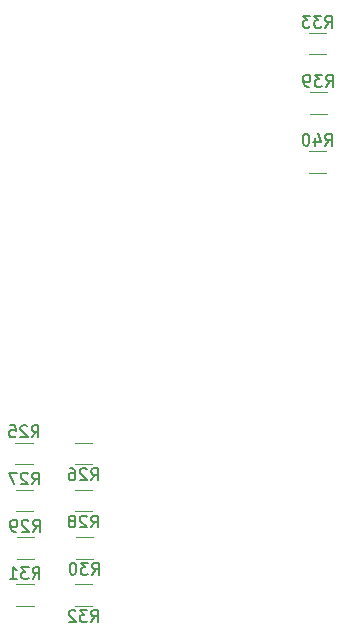
<source format=gbr>
%TF.GenerationSoftware,KiCad,Pcbnew,8.0.5*%
%TF.CreationDate,2024-11-01T15:38:32+01:00*%
%TF.ProjectId,PowerBoard,506f7765-7242-46f6-9172-642e6b696361,rev?*%
%TF.SameCoordinates,Original*%
%TF.FileFunction,Legend,Bot*%
%TF.FilePolarity,Positive*%
%FSLAX46Y46*%
G04 Gerber Fmt 4.6, Leading zero omitted, Abs format (unit mm)*
G04 Created by KiCad (PCBNEW 8.0.5) date 2024-11-01 15:38:32*
%MOMM*%
%LPD*%
G01*
G04 APERTURE LIST*
%ADD10C,0.150000*%
%ADD11C,0.120000*%
G04 APERTURE END LIST*
D10*
X182605357Y-126812160D02*
X182938690Y-126335969D01*
X183176785Y-126812160D02*
X183176785Y-125812160D01*
X183176785Y-125812160D02*
X182795833Y-125812160D01*
X182795833Y-125812160D02*
X182700595Y-125859779D01*
X182700595Y-125859779D02*
X182652976Y-125907398D01*
X182652976Y-125907398D02*
X182605357Y-126002636D01*
X182605357Y-126002636D02*
X182605357Y-126145493D01*
X182605357Y-126145493D02*
X182652976Y-126240731D01*
X182652976Y-126240731D02*
X182700595Y-126288350D01*
X182700595Y-126288350D02*
X182795833Y-126335969D01*
X182795833Y-126335969D02*
X183176785Y-126335969D01*
X182224404Y-125907398D02*
X182176785Y-125859779D01*
X182176785Y-125859779D02*
X182081547Y-125812160D01*
X182081547Y-125812160D02*
X181843452Y-125812160D01*
X181843452Y-125812160D02*
X181748214Y-125859779D01*
X181748214Y-125859779D02*
X181700595Y-125907398D01*
X181700595Y-125907398D02*
X181652976Y-126002636D01*
X181652976Y-126002636D02*
X181652976Y-126097874D01*
X181652976Y-126097874D02*
X181700595Y-126240731D01*
X181700595Y-126240731D02*
X182272023Y-126812160D01*
X182272023Y-126812160D02*
X181652976Y-126812160D01*
X181319642Y-125812160D02*
X180652976Y-125812160D01*
X180652976Y-125812160D02*
X181081547Y-126812160D01*
X187680357Y-134452160D02*
X188013690Y-133975969D01*
X188251785Y-134452160D02*
X188251785Y-133452160D01*
X188251785Y-133452160D02*
X187870833Y-133452160D01*
X187870833Y-133452160D02*
X187775595Y-133499779D01*
X187775595Y-133499779D02*
X187727976Y-133547398D01*
X187727976Y-133547398D02*
X187680357Y-133642636D01*
X187680357Y-133642636D02*
X187680357Y-133785493D01*
X187680357Y-133785493D02*
X187727976Y-133880731D01*
X187727976Y-133880731D02*
X187775595Y-133928350D01*
X187775595Y-133928350D02*
X187870833Y-133975969D01*
X187870833Y-133975969D02*
X188251785Y-133975969D01*
X187347023Y-133452160D02*
X186727976Y-133452160D01*
X186727976Y-133452160D02*
X187061309Y-133833112D01*
X187061309Y-133833112D02*
X186918452Y-133833112D01*
X186918452Y-133833112D02*
X186823214Y-133880731D01*
X186823214Y-133880731D02*
X186775595Y-133928350D01*
X186775595Y-133928350D02*
X186727976Y-134023588D01*
X186727976Y-134023588D02*
X186727976Y-134261683D01*
X186727976Y-134261683D02*
X186775595Y-134356921D01*
X186775595Y-134356921D02*
X186823214Y-134404541D01*
X186823214Y-134404541D02*
X186918452Y-134452160D01*
X186918452Y-134452160D02*
X187204166Y-134452160D01*
X187204166Y-134452160D02*
X187299404Y-134404541D01*
X187299404Y-134404541D02*
X187347023Y-134356921D01*
X186108928Y-133452160D02*
X186013690Y-133452160D01*
X186013690Y-133452160D02*
X185918452Y-133499779D01*
X185918452Y-133499779D02*
X185870833Y-133547398D01*
X185870833Y-133547398D02*
X185823214Y-133642636D01*
X185823214Y-133642636D02*
X185775595Y-133833112D01*
X185775595Y-133833112D02*
X185775595Y-134071207D01*
X185775595Y-134071207D02*
X185823214Y-134261683D01*
X185823214Y-134261683D02*
X185870833Y-134356921D01*
X185870833Y-134356921D02*
X185918452Y-134404541D01*
X185918452Y-134404541D02*
X186013690Y-134452160D01*
X186013690Y-134452160D02*
X186108928Y-134452160D01*
X186108928Y-134452160D02*
X186204166Y-134404541D01*
X186204166Y-134404541D02*
X186251785Y-134356921D01*
X186251785Y-134356921D02*
X186299404Y-134261683D01*
X186299404Y-134261683D02*
X186347023Y-134071207D01*
X186347023Y-134071207D02*
X186347023Y-133833112D01*
X186347023Y-133833112D02*
X186299404Y-133642636D01*
X186299404Y-133642636D02*
X186251785Y-133547398D01*
X186251785Y-133547398D02*
X186204166Y-133499779D01*
X186204166Y-133499779D02*
X186108928Y-133452160D01*
X187605357Y-126452160D02*
X187938690Y-125975969D01*
X188176785Y-126452160D02*
X188176785Y-125452160D01*
X188176785Y-125452160D02*
X187795833Y-125452160D01*
X187795833Y-125452160D02*
X187700595Y-125499779D01*
X187700595Y-125499779D02*
X187652976Y-125547398D01*
X187652976Y-125547398D02*
X187605357Y-125642636D01*
X187605357Y-125642636D02*
X187605357Y-125785493D01*
X187605357Y-125785493D02*
X187652976Y-125880731D01*
X187652976Y-125880731D02*
X187700595Y-125928350D01*
X187700595Y-125928350D02*
X187795833Y-125975969D01*
X187795833Y-125975969D02*
X188176785Y-125975969D01*
X187224404Y-125547398D02*
X187176785Y-125499779D01*
X187176785Y-125499779D02*
X187081547Y-125452160D01*
X187081547Y-125452160D02*
X186843452Y-125452160D01*
X186843452Y-125452160D02*
X186748214Y-125499779D01*
X186748214Y-125499779D02*
X186700595Y-125547398D01*
X186700595Y-125547398D02*
X186652976Y-125642636D01*
X186652976Y-125642636D02*
X186652976Y-125737874D01*
X186652976Y-125737874D02*
X186700595Y-125880731D01*
X186700595Y-125880731D02*
X187272023Y-126452160D01*
X187272023Y-126452160D02*
X186652976Y-126452160D01*
X185795833Y-125452160D02*
X185986309Y-125452160D01*
X185986309Y-125452160D02*
X186081547Y-125499779D01*
X186081547Y-125499779D02*
X186129166Y-125547398D01*
X186129166Y-125547398D02*
X186224404Y-125690255D01*
X186224404Y-125690255D02*
X186272023Y-125880731D01*
X186272023Y-125880731D02*
X186272023Y-126261683D01*
X186272023Y-126261683D02*
X186224404Y-126356921D01*
X186224404Y-126356921D02*
X186176785Y-126404541D01*
X186176785Y-126404541D02*
X186081547Y-126452160D01*
X186081547Y-126452160D02*
X185891071Y-126452160D01*
X185891071Y-126452160D02*
X185795833Y-126404541D01*
X185795833Y-126404541D02*
X185748214Y-126356921D01*
X185748214Y-126356921D02*
X185700595Y-126261683D01*
X185700595Y-126261683D02*
X185700595Y-126023588D01*
X185700595Y-126023588D02*
X185748214Y-125928350D01*
X185748214Y-125928350D02*
X185795833Y-125880731D01*
X185795833Y-125880731D02*
X185891071Y-125833112D01*
X185891071Y-125833112D02*
X186081547Y-125833112D01*
X186081547Y-125833112D02*
X186176785Y-125880731D01*
X186176785Y-125880731D02*
X186224404Y-125928350D01*
X186224404Y-125928350D02*
X186272023Y-126023588D01*
X207422857Y-88134819D02*
X207756190Y-87658628D01*
X207994285Y-88134819D02*
X207994285Y-87134819D01*
X207994285Y-87134819D02*
X207613333Y-87134819D01*
X207613333Y-87134819D02*
X207518095Y-87182438D01*
X207518095Y-87182438D02*
X207470476Y-87230057D01*
X207470476Y-87230057D02*
X207422857Y-87325295D01*
X207422857Y-87325295D02*
X207422857Y-87468152D01*
X207422857Y-87468152D02*
X207470476Y-87563390D01*
X207470476Y-87563390D02*
X207518095Y-87611009D01*
X207518095Y-87611009D02*
X207613333Y-87658628D01*
X207613333Y-87658628D02*
X207994285Y-87658628D01*
X207089523Y-87134819D02*
X206470476Y-87134819D01*
X206470476Y-87134819D02*
X206803809Y-87515771D01*
X206803809Y-87515771D02*
X206660952Y-87515771D01*
X206660952Y-87515771D02*
X206565714Y-87563390D01*
X206565714Y-87563390D02*
X206518095Y-87611009D01*
X206518095Y-87611009D02*
X206470476Y-87706247D01*
X206470476Y-87706247D02*
X206470476Y-87944342D01*
X206470476Y-87944342D02*
X206518095Y-88039580D01*
X206518095Y-88039580D02*
X206565714Y-88087200D01*
X206565714Y-88087200D02*
X206660952Y-88134819D01*
X206660952Y-88134819D02*
X206946666Y-88134819D01*
X206946666Y-88134819D02*
X207041904Y-88087200D01*
X207041904Y-88087200D02*
X207089523Y-88039580D01*
X206137142Y-87134819D02*
X205518095Y-87134819D01*
X205518095Y-87134819D02*
X205851428Y-87515771D01*
X205851428Y-87515771D02*
X205708571Y-87515771D01*
X205708571Y-87515771D02*
X205613333Y-87563390D01*
X205613333Y-87563390D02*
X205565714Y-87611009D01*
X205565714Y-87611009D02*
X205518095Y-87706247D01*
X205518095Y-87706247D02*
X205518095Y-87944342D01*
X205518095Y-87944342D02*
X205565714Y-88039580D01*
X205565714Y-88039580D02*
X205613333Y-88087200D01*
X205613333Y-88087200D02*
X205708571Y-88134819D01*
X205708571Y-88134819D02*
X205994285Y-88134819D01*
X205994285Y-88134819D02*
X206089523Y-88087200D01*
X206089523Y-88087200D02*
X206137142Y-88039580D01*
X207485357Y-93134819D02*
X207818690Y-92658628D01*
X208056785Y-93134819D02*
X208056785Y-92134819D01*
X208056785Y-92134819D02*
X207675833Y-92134819D01*
X207675833Y-92134819D02*
X207580595Y-92182438D01*
X207580595Y-92182438D02*
X207532976Y-92230057D01*
X207532976Y-92230057D02*
X207485357Y-92325295D01*
X207485357Y-92325295D02*
X207485357Y-92468152D01*
X207485357Y-92468152D02*
X207532976Y-92563390D01*
X207532976Y-92563390D02*
X207580595Y-92611009D01*
X207580595Y-92611009D02*
X207675833Y-92658628D01*
X207675833Y-92658628D02*
X208056785Y-92658628D01*
X207152023Y-92134819D02*
X206532976Y-92134819D01*
X206532976Y-92134819D02*
X206866309Y-92515771D01*
X206866309Y-92515771D02*
X206723452Y-92515771D01*
X206723452Y-92515771D02*
X206628214Y-92563390D01*
X206628214Y-92563390D02*
X206580595Y-92611009D01*
X206580595Y-92611009D02*
X206532976Y-92706247D01*
X206532976Y-92706247D02*
X206532976Y-92944342D01*
X206532976Y-92944342D02*
X206580595Y-93039580D01*
X206580595Y-93039580D02*
X206628214Y-93087200D01*
X206628214Y-93087200D02*
X206723452Y-93134819D01*
X206723452Y-93134819D02*
X207009166Y-93134819D01*
X207009166Y-93134819D02*
X207104404Y-93087200D01*
X207104404Y-93087200D02*
X207152023Y-93039580D01*
X206056785Y-93134819D02*
X205866309Y-93134819D01*
X205866309Y-93134819D02*
X205771071Y-93087200D01*
X205771071Y-93087200D02*
X205723452Y-93039580D01*
X205723452Y-93039580D02*
X205628214Y-92896723D01*
X205628214Y-92896723D02*
X205580595Y-92706247D01*
X205580595Y-92706247D02*
X205580595Y-92325295D01*
X205580595Y-92325295D02*
X205628214Y-92230057D01*
X205628214Y-92230057D02*
X205675833Y-92182438D01*
X205675833Y-92182438D02*
X205771071Y-92134819D01*
X205771071Y-92134819D02*
X205961547Y-92134819D01*
X205961547Y-92134819D02*
X206056785Y-92182438D01*
X206056785Y-92182438D02*
X206104404Y-92230057D01*
X206104404Y-92230057D02*
X206152023Y-92325295D01*
X206152023Y-92325295D02*
X206152023Y-92563390D01*
X206152023Y-92563390D02*
X206104404Y-92658628D01*
X206104404Y-92658628D02*
X206056785Y-92706247D01*
X206056785Y-92706247D02*
X205961547Y-92753866D01*
X205961547Y-92753866D02*
X205771071Y-92753866D01*
X205771071Y-92753866D02*
X205675833Y-92706247D01*
X205675833Y-92706247D02*
X205628214Y-92658628D01*
X205628214Y-92658628D02*
X205580595Y-92563390D01*
X182680357Y-130812160D02*
X183013690Y-130335969D01*
X183251785Y-130812160D02*
X183251785Y-129812160D01*
X183251785Y-129812160D02*
X182870833Y-129812160D01*
X182870833Y-129812160D02*
X182775595Y-129859779D01*
X182775595Y-129859779D02*
X182727976Y-129907398D01*
X182727976Y-129907398D02*
X182680357Y-130002636D01*
X182680357Y-130002636D02*
X182680357Y-130145493D01*
X182680357Y-130145493D02*
X182727976Y-130240731D01*
X182727976Y-130240731D02*
X182775595Y-130288350D01*
X182775595Y-130288350D02*
X182870833Y-130335969D01*
X182870833Y-130335969D02*
X183251785Y-130335969D01*
X182299404Y-129907398D02*
X182251785Y-129859779D01*
X182251785Y-129859779D02*
X182156547Y-129812160D01*
X182156547Y-129812160D02*
X181918452Y-129812160D01*
X181918452Y-129812160D02*
X181823214Y-129859779D01*
X181823214Y-129859779D02*
X181775595Y-129907398D01*
X181775595Y-129907398D02*
X181727976Y-130002636D01*
X181727976Y-130002636D02*
X181727976Y-130097874D01*
X181727976Y-130097874D02*
X181775595Y-130240731D01*
X181775595Y-130240731D02*
X182347023Y-130812160D01*
X182347023Y-130812160D02*
X181727976Y-130812160D01*
X181251785Y-130812160D02*
X181061309Y-130812160D01*
X181061309Y-130812160D02*
X180966071Y-130764541D01*
X180966071Y-130764541D02*
X180918452Y-130716921D01*
X180918452Y-130716921D02*
X180823214Y-130574064D01*
X180823214Y-130574064D02*
X180775595Y-130383588D01*
X180775595Y-130383588D02*
X180775595Y-130002636D01*
X180775595Y-130002636D02*
X180823214Y-129907398D01*
X180823214Y-129907398D02*
X180870833Y-129859779D01*
X180870833Y-129859779D02*
X180966071Y-129812160D01*
X180966071Y-129812160D02*
X181156547Y-129812160D01*
X181156547Y-129812160D02*
X181251785Y-129859779D01*
X181251785Y-129859779D02*
X181299404Y-129907398D01*
X181299404Y-129907398D02*
X181347023Y-130002636D01*
X181347023Y-130002636D02*
X181347023Y-130240731D01*
X181347023Y-130240731D02*
X181299404Y-130335969D01*
X181299404Y-130335969D02*
X181251785Y-130383588D01*
X181251785Y-130383588D02*
X181156547Y-130431207D01*
X181156547Y-130431207D02*
X180966071Y-130431207D01*
X180966071Y-130431207D02*
X180870833Y-130383588D01*
X180870833Y-130383588D02*
X180823214Y-130335969D01*
X180823214Y-130335969D02*
X180775595Y-130240731D01*
X207422857Y-98134819D02*
X207756190Y-97658628D01*
X207994285Y-98134819D02*
X207994285Y-97134819D01*
X207994285Y-97134819D02*
X207613333Y-97134819D01*
X207613333Y-97134819D02*
X207518095Y-97182438D01*
X207518095Y-97182438D02*
X207470476Y-97230057D01*
X207470476Y-97230057D02*
X207422857Y-97325295D01*
X207422857Y-97325295D02*
X207422857Y-97468152D01*
X207422857Y-97468152D02*
X207470476Y-97563390D01*
X207470476Y-97563390D02*
X207518095Y-97611009D01*
X207518095Y-97611009D02*
X207613333Y-97658628D01*
X207613333Y-97658628D02*
X207994285Y-97658628D01*
X206565714Y-97468152D02*
X206565714Y-98134819D01*
X206803809Y-97087200D02*
X207041904Y-97801485D01*
X207041904Y-97801485D02*
X206422857Y-97801485D01*
X205851428Y-97134819D02*
X205756190Y-97134819D01*
X205756190Y-97134819D02*
X205660952Y-97182438D01*
X205660952Y-97182438D02*
X205613333Y-97230057D01*
X205613333Y-97230057D02*
X205565714Y-97325295D01*
X205565714Y-97325295D02*
X205518095Y-97515771D01*
X205518095Y-97515771D02*
X205518095Y-97753866D01*
X205518095Y-97753866D02*
X205565714Y-97944342D01*
X205565714Y-97944342D02*
X205613333Y-98039580D01*
X205613333Y-98039580D02*
X205660952Y-98087200D01*
X205660952Y-98087200D02*
X205756190Y-98134819D01*
X205756190Y-98134819D02*
X205851428Y-98134819D01*
X205851428Y-98134819D02*
X205946666Y-98087200D01*
X205946666Y-98087200D02*
X205994285Y-98039580D01*
X205994285Y-98039580D02*
X206041904Y-97944342D01*
X206041904Y-97944342D02*
X206089523Y-97753866D01*
X206089523Y-97753866D02*
X206089523Y-97515771D01*
X206089523Y-97515771D02*
X206041904Y-97325295D01*
X206041904Y-97325295D02*
X205994285Y-97230057D01*
X205994285Y-97230057D02*
X205946666Y-97182438D01*
X205946666Y-97182438D02*
X205851428Y-97134819D01*
X182642857Y-134812160D02*
X182976190Y-134335969D01*
X183214285Y-134812160D02*
X183214285Y-133812160D01*
X183214285Y-133812160D02*
X182833333Y-133812160D01*
X182833333Y-133812160D02*
X182738095Y-133859779D01*
X182738095Y-133859779D02*
X182690476Y-133907398D01*
X182690476Y-133907398D02*
X182642857Y-134002636D01*
X182642857Y-134002636D02*
X182642857Y-134145493D01*
X182642857Y-134145493D02*
X182690476Y-134240731D01*
X182690476Y-134240731D02*
X182738095Y-134288350D01*
X182738095Y-134288350D02*
X182833333Y-134335969D01*
X182833333Y-134335969D02*
X183214285Y-134335969D01*
X182309523Y-133812160D02*
X181690476Y-133812160D01*
X181690476Y-133812160D02*
X182023809Y-134193112D01*
X182023809Y-134193112D02*
X181880952Y-134193112D01*
X181880952Y-134193112D02*
X181785714Y-134240731D01*
X181785714Y-134240731D02*
X181738095Y-134288350D01*
X181738095Y-134288350D02*
X181690476Y-134383588D01*
X181690476Y-134383588D02*
X181690476Y-134621683D01*
X181690476Y-134621683D02*
X181738095Y-134716921D01*
X181738095Y-134716921D02*
X181785714Y-134764541D01*
X181785714Y-134764541D02*
X181880952Y-134812160D01*
X181880952Y-134812160D02*
X182166666Y-134812160D01*
X182166666Y-134812160D02*
X182261904Y-134764541D01*
X182261904Y-134764541D02*
X182309523Y-134716921D01*
X180738095Y-134812160D02*
X181309523Y-134812160D01*
X181023809Y-134812160D02*
X181023809Y-133812160D01*
X181023809Y-133812160D02*
X181119047Y-133955017D01*
X181119047Y-133955017D02*
X181214285Y-134050255D01*
X181214285Y-134050255D02*
X181309523Y-134097874D01*
X182567857Y-122812160D02*
X182901190Y-122335969D01*
X183139285Y-122812160D02*
X183139285Y-121812160D01*
X183139285Y-121812160D02*
X182758333Y-121812160D01*
X182758333Y-121812160D02*
X182663095Y-121859779D01*
X182663095Y-121859779D02*
X182615476Y-121907398D01*
X182615476Y-121907398D02*
X182567857Y-122002636D01*
X182567857Y-122002636D02*
X182567857Y-122145493D01*
X182567857Y-122145493D02*
X182615476Y-122240731D01*
X182615476Y-122240731D02*
X182663095Y-122288350D01*
X182663095Y-122288350D02*
X182758333Y-122335969D01*
X182758333Y-122335969D02*
X183139285Y-122335969D01*
X182186904Y-121907398D02*
X182139285Y-121859779D01*
X182139285Y-121859779D02*
X182044047Y-121812160D01*
X182044047Y-121812160D02*
X181805952Y-121812160D01*
X181805952Y-121812160D02*
X181710714Y-121859779D01*
X181710714Y-121859779D02*
X181663095Y-121907398D01*
X181663095Y-121907398D02*
X181615476Y-122002636D01*
X181615476Y-122002636D02*
X181615476Y-122097874D01*
X181615476Y-122097874D02*
X181663095Y-122240731D01*
X181663095Y-122240731D02*
X182234523Y-122812160D01*
X182234523Y-122812160D02*
X181615476Y-122812160D01*
X180710714Y-121812160D02*
X181186904Y-121812160D01*
X181186904Y-121812160D02*
X181234523Y-122288350D01*
X181234523Y-122288350D02*
X181186904Y-122240731D01*
X181186904Y-122240731D02*
X181091666Y-122193112D01*
X181091666Y-122193112D02*
X180853571Y-122193112D01*
X180853571Y-122193112D02*
X180758333Y-122240731D01*
X180758333Y-122240731D02*
X180710714Y-122288350D01*
X180710714Y-122288350D02*
X180663095Y-122383588D01*
X180663095Y-122383588D02*
X180663095Y-122621683D01*
X180663095Y-122621683D02*
X180710714Y-122716921D01*
X180710714Y-122716921D02*
X180758333Y-122764541D01*
X180758333Y-122764541D02*
X180853571Y-122812160D01*
X180853571Y-122812160D02*
X181091666Y-122812160D01*
X181091666Y-122812160D02*
X181186904Y-122764541D01*
X181186904Y-122764541D02*
X181234523Y-122716921D01*
X187605357Y-130452160D02*
X187938690Y-129975969D01*
X188176785Y-130452160D02*
X188176785Y-129452160D01*
X188176785Y-129452160D02*
X187795833Y-129452160D01*
X187795833Y-129452160D02*
X187700595Y-129499779D01*
X187700595Y-129499779D02*
X187652976Y-129547398D01*
X187652976Y-129547398D02*
X187605357Y-129642636D01*
X187605357Y-129642636D02*
X187605357Y-129785493D01*
X187605357Y-129785493D02*
X187652976Y-129880731D01*
X187652976Y-129880731D02*
X187700595Y-129928350D01*
X187700595Y-129928350D02*
X187795833Y-129975969D01*
X187795833Y-129975969D02*
X188176785Y-129975969D01*
X187224404Y-129547398D02*
X187176785Y-129499779D01*
X187176785Y-129499779D02*
X187081547Y-129452160D01*
X187081547Y-129452160D02*
X186843452Y-129452160D01*
X186843452Y-129452160D02*
X186748214Y-129499779D01*
X186748214Y-129499779D02*
X186700595Y-129547398D01*
X186700595Y-129547398D02*
X186652976Y-129642636D01*
X186652976Y-129642636D02*
X186652976Y-129737874D01*
X186652976Y-129737874D02*
X186700595Y-129880731D01*
X186700595Y-129880731D02*
X187272023Y-130452160D01*
X187272023Y-130452160D02*
X186652976Y-130452160D01*
X186081547Y-129880731D02*
X186176785Y-129833112D01*
X186176785Y-129833112D02*
X186224404Y-129785493D01*
X186224404Y-129785493D02*
X186272023Y-129690255D01*
X186272023Y-129690255D02*
X186272023Y-129642636D01*
X186272023Y-129642636D02*
X186224404Y-129547398D01*
X186224404Y-129547398D02*
X186176785Y-129499779D01*
X186176785Y-129499779D02*
X186081547Y-129452160D01*
X186081547Y-129452160D02*
X185891071Y-129452160D01*
X185891071Y-129452160D02*
X185795833Y-129499779D01*
X185795833Y-129499779D02*
X185748214Y-129547398D01*
X185748214Y-129547398D02*
X185700595Y-129642636D01*
X185700595Y-129642636D02*
X185700595Y-129690255D01*
X185700595Y-129690255D02*
X185748214Y-129785493D01*
X185748214Y-129785493D02*
X185795833Y-129833112D01*
X185795833Y-129833112D02*
X185891071Y-129880731D01*
X185891071Y-129880731D02*
X186081547Y-129880731D01*
X186081547Y-129880731D02*
X186176785Y-129928350D01*
X186176785Y-129928350D02*
X186224404Y-129975969D01*
X186224404Y-129975969D02*
X186272023Y-130071207D01*
X186272023Y-130071207D02*
X186272023Y-130261683D01*
X186272023Y-130261683D02*
X186224404Y-130356921D01*
X186224404Y-130356921D02*
X186176785Y-130404541D01*
X186176785Y-130404541D02*
X186081547Y-130452160D01*
X186081547Y-130452160D02*
X185891071Y-130452160D01*
X185891071Y-130452160D02*
X185795833Y-130404541D01*
X185795833Y-130404541D02*
X185748214Y-130356921D01*
X185748214Y-130356921D02*
X185700595Y-130261683D01*
X185700595Y-130261683D02*
X185700595Y-130071207D01*
X185700595Y-130071207D02*
X185748214Y-129975969D01*
X185748214Y-129975969D02*
X185795833Y-129928350D01*
X185795833Y-129928350D02*
X185891071Y-129880731D01*
X187605357Y-138452160D02*
X187938690Y-137975969D01*
X188176785Y-138452160D02*
X188176785Y-137452160D01*
X188176785Y-137452160D02*
X187795833Y-137452160D01*
X187795833Y-137452160D02*
X187700595Y-137499779D01*
X187700595Y-137499779D02*
X187652976Y-137547398D01*
X187652976Y-137547398D02*
X187605357Y-137642636D01*
X187605357Y-137642636D02*
X187605357Y-137785493D01*
X187605357Y-137785493D02*
X187652976Y-137880731D01*
X187652976Y-137880731D02*
X187700595Y-137928350D01*
X187700595Y-137928350D02*
X187795833Y-137975969D01*
X187795833Y-137975969D02*
X188176785Y-137975969D01*
X187272023Y-137452160D02*
X186652976Y-137452160D01*
X186652976Y-137452160D02*
X186986309Y-137833112D01*
X186986309Y-137833112D02*
X186843452Y-137833112D01*
X186843452Y-137833112D02*
X186748214Y-137880731D01*
X186748214Y-137880731D02*
X186700595Y-137928350D01*
X186700595Y-137928350D02*
X186652976Y-138023588D01*
X186652976Y-138023588D02*
X186652976Y-138261683D01*
X186652976Y-138261683D02*
X186700595Y-138356921D01*
X186700595Y-138356921D02*
X186748214Y-138404541D01*
X186748214Y-138404541D02*
X186843452Y-138452160D01*
X186843452Y-138452160D02*
X187129166Y-138452160D01*
X187129166Y-138452160D02*
X187224404Y-138404541D01*
X187224404Y-138404541D02*
X187272023Y-138356921D01*
X186272023Y-137547398D02*
X186224404Y-137499779D01*
X186224404Y-137499779D02*
X186129166Y-137452160D01*
X186129166Y-137452160D02*
X185891071Y-137452160D01*
X185891071Y-137452160D02*
X185795833Y-137499779D01*
X185795833Y-137499779D02*
X185748214Y-137547398D01*
X185748214Y-137547398D02*
X185700595Y-137642636D01*
X185700595Y-137642636D02*
X185700595Y-137737874D01*
X185700595Y-137737874D02*
X185748214Y-137880731D01*
X185748214Y-137880731D02*
X186319642Y-138452160D01*
X186319642Y-138452160D02*
X185700595Y-138452160D01*
D11*
%TO.C,R27*%
X181235436Y-127267341D02*
X182689564Y-127267341D01*
X181235436Y-129087341D02*
X182689564Y-129087341D01*
%TO.C,R30*%
X187764564Y-131267341D02*
X186310436Y-131267341D01*
X187764564Y-133087341D02*
X186310436Y-133087341D01*
%TO.C,R26*%
X187689564Y-123267341D02*
X186235436Y-123267341D01*
X187689564Y-125087341D02*
X186235436Y-125087341D01*
%TO.C,R33*%
X206052936Y-88590000D02*
X207507064Y-88590000D01*
X206052936Y-90410000D02*
X207507064Y-90410000D01*
%TO.C,R39*%
X206115436Y-93590000D02*
X207569564Y-93590000D01*
X206115436Y-95410000D02*
X207569564Y-95410000D01*
%TO.C,R29*%
X181310436Y-131267341D02*
X182764564Y-131267341D01*
X181310436Y-133087341D02*
X182764564Y-133087341D01*
%TO.C,R40*%
X206052936Y-98590000D02*
X207507064Y-98590000D01*
X206052936Y-100410000D02*
X207507064Y-100410000D01*
%TO.C,R31*%
X181272936Y-135267341D02*
X182727064Y-135267341D01*
X181272936Y-137087341D02*
X182727064Y-137087341D01*
%TO.C,R25*%
X181197936Y-123267341D02*
X182652064Y-123267341D01*
X181197936Y-125087341D02*
X182652064Y-125087341D01*
%TO.C,R28*%
X187689564Y-127267341D02*
X186235436Y-127267341D01*
X187689564Y-129087341D02*
X186235436Y-129087341D01*
%TO.C,R32*%
X187689564Y-135267341D02*
X186235436Y-135267341D01*
X187689564Y-137087341D02*
X186235436Y-137087341D01*
%TD*%
M02*

</source>
